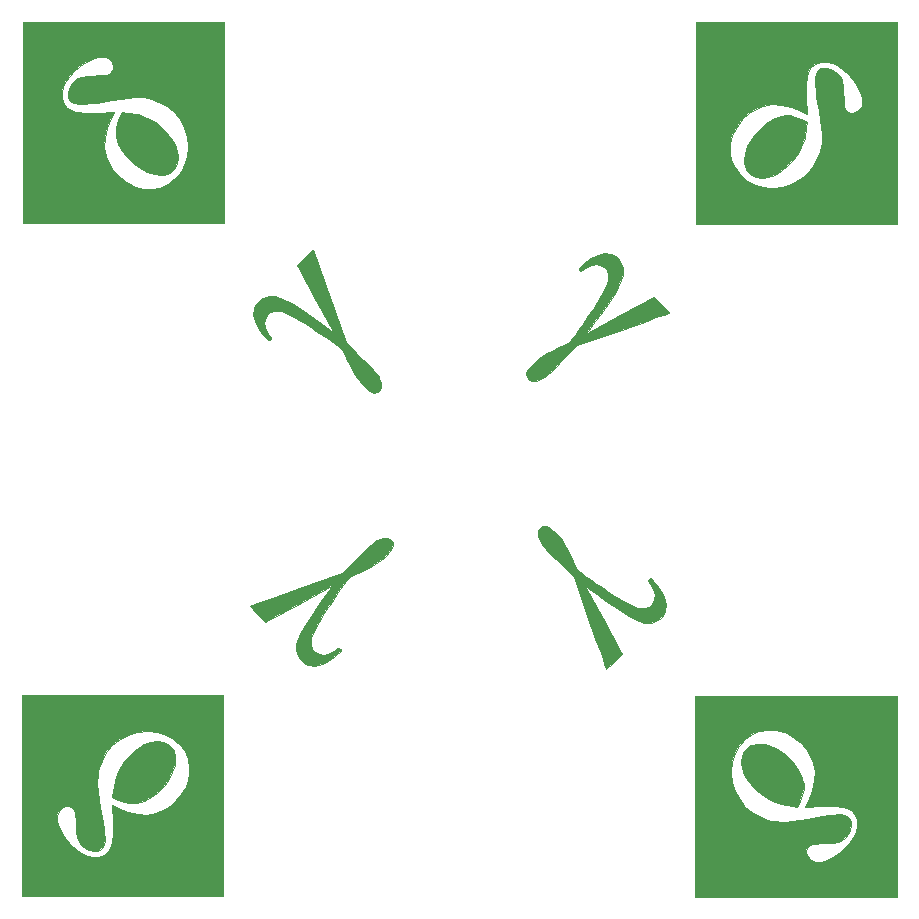
<source format=gto>
%MOIN*%
%OFA0B0*%
%FSLAX46Y46*%
%IPPOS*%
%LPD*%
%ADD10C,0.00039370078740157485*%
%ADD21C,0.00039370078740157485*%
%ADD22C,0.00039370078740157485*%
%ADD23C,0.00039370078740157485*%
D10*
G36*
X0000861279Y0003124502D02*
G01*
X0000896358Y0003118366D01*
X0000927312Y0003107570D01*
X0000955231Y0003091606D01*
X0000981207Y0003069964D01*
X0000984020Y0003067188D01*
X0001004437Y0003043861D01*
X0001019182Y0003020707D01*
X0001028137Y0002998153D01*
X0001031184Y0002976626D01*
X0001028204Y0002956552D01*
X0001019404Y0002938816D01*
X0001014282Y0002932345D01*
X0001010519Y0002928845D01*
X0001005635Y0002925936D01*
X0000999385Y0002922023D01*
X0000991573Y0002919020D01*
X0000980113Y0002916801D01*
X0000971797Y0002916072D01*
X0000948936Y0002918267D01*
X0000925439Y0002926103D01*
X0000902233Y0002938741D01*
X0000880246Y0002955339D01*
X0000860406Y0002975058D01*
X0000843641Y0002997059D01*
X0000830878Y0003020502D01*
X0000823045Y0003044547D01*
X0000821776Y0003051893D01*
X0000821924Y0003068253D01*
X0000825813Y0003087218D01*
X0000832864Y0003106318D01*
X0000836036Y0003112698D01*
X0000843397Y0003126398D01*
X0000861279Y0003124502D01*
G37*
X0000861279Y0003124502D02*
X0000896358Y0003118366D01*
X0000927312Y0003107570D01*
X0000955231Y0003091606D01*
X0000981207Y0003069964D01*
X0000984020Y0003067188D01*
X0001004437Y0003043861D01*
X0001019182Y0003020707D01*
X0001028137Y0002998153D01*
X0001031184Y0002976626D01*
X0001028204Y0002956552D01*
X0001019404Y0002938816D01*
X0001014282Y0002932345D01*
X0001010519Y0002928845D01*
X0001005635Y0002925936D01*
X0000999385Y0002922023D01*
X0000991573Y0002919020D01*
X0000980113Y0002916801D01*
X0000971797Y0002916072D01*
X0000948936Y0002918267D01*
X0000925439Y0002926103D01*
X0000902233Y0002938741D01*
X0000880246Y0002955339D01*
X0000860406Y0002975058D01*
X0000843641Y0002997059D01*
X0000830878Y0003020502D01*
X0000823045Y0003044547D01*
X0000821776Y0003051893D01*
X0000821924Y0003068253D01*
X0000825813Y0003087218D01*
X0000832864Y0003106318D01*
X0000836036Y0003112698D01*
X0000843397Y0003126398D01*
X0000861279Y0003124502D01*
G36*
X0000847972Y0003427280D02*
G01*
X0001183847Y0003427268D01*
X0001183835Y0003091392D01*
X0001183823Y0002755517D01*
X0000847947Y0002755529D01*
X0000674081Y0002755535D01*
X0000831752Y0002913205D01*
X0000853168Y0002895548D01*
X0000876269Y0002881623D01*
X0000888150Y0002876454D01*
X0000915626Y0002869604D01*
X0000943182Y0002869025D01*
X0000969935Y0002874393D01*
X0000995001Y0002885381D01*
X0001017497Y0002901665D01*
X0001036541Y0002922919D01*
X0001043564Y0002933701D01*
X0001054073Y0002955493D01*
X0001060229Y0002978446D01*
X0001062539Y0003004640D01*
X0001062574Y0003011918D01*
X0001059155Y0003044002D01*
X0001049831Y0003074228D01*
X0001035138Y0003101825D01*
X0001015614Y0003126021D01*
X0000991793Y0003146044D01*
X0000964214Y0003161122D01*
X0000956898Y0003163990D01*
X0000942261Y0003168909D01*
X0000928337Y0003172546D01*
X0000914217Y0003174889D01*
X0000898988Y0003175924D01*
X0000881740Y0003175638D01*
X0000861562Y0003174018D01*
X0000837543Y0003171051D01*
X0000808772Y0003166724D01*
X0000776517Y0003161394D01*
X0000755944Y0003158084D01*
X0000736629Y0003155312D01*
X0000719930Y0003153245D01*
X0000707204Y0003152054D01*
X0000700240Y0003151872D01*
X0000683460Y0003155446D01*
X0000671466Y0003163201D01*
X0000664541Y0003174400D01*
X0000662970Y0003188307D01*
X0000667035Y0003204184D01*
X0000674738Y0003218107D01*
X0000684314Y0003229884D01*
X0000695181Y0003238218D01*
X0000708666Y0003243652D01*
X0000726094Y0003246727D01*
X0000747730Y0003247964D01*
X0000767470Y0003248624D01*
X0000781800Y0003249720D01*
X0000791970Y0003251507D01*
X0000799235Y0003254238D01*
X0000804845Y0003258166D01*
X0000806664Y0003259884D01*
X0000812237Y0003269543D01*
X0000812567Y0003280672D01*
X0000808413Y0003291850D01*
X0000800540Y0003301655D01*
X0000789708Y0003308665D01*
X0000779073Y0003311338D01*
X0000762142Y0003309892D01*
X0000743093Y0003303439D01*
X0000723024Y0003292810D01*
X0000703035Y0003278838D01*
X0000684222Y0003262355D01*
X0000667687Y0003244191D01*
X0000654526Y0003225180D01*
X0000648035Y0003212119D01*
X0000642365Y0003191101D01*
X0000642920Y0003171778D01*
X0000649379Y0003154804D01*
X0000661419Y0003140834D01*
X0000678720Y0003130520D01*
X0000690013Y0003126734D01*
X0000698434Y0003125513D01*
X0000712001Y0003124676D01*
X0000729199Y0003124270D01*
X0000748516Y0003124339D01*
X0000760764Y0003124636D01*
X0000816571Y0003126450D01*
X0000806426Y0003106482D01*
X0000792758Y0003073490D01*
X0000785563Y0003041221D01*
X0000784832Y0003009900D01*
X0000790553Y0002979753D01*
X0000802717Y0002951009D01*
X0000814330Y0002932830D01*
X0000831752Y0002913205D01*
X0000674081Y0002755535D01*
X0000512071Y0002755541D01*
X0000512083Y0003091417D01*
X0000512096Y0003427293D01*
X0000847972Y0003427280D01*
G37*
X0000847972Y0003427280D02*
X0001183847Y0003427268D01*
X0001183835Y0003091392D01*
X0001183823Y0002755517D01*
X0000847947Y0002755529D01*
X0000674081Y0002755535D01*
X0000831752Y0002913205D01*
X0000853168Y0002895548D01*
X0000876269Y0002881623D01*
X0000888150Y0002876454D01*
X0000915626Y0002869604D01*
X0000943182Y0002869025D01*
X0000969935Y0002874393D01*
X0000995001Y0002885381D01*
X0001017497Y0002901665D01*
X0001036541Y0002922919D01*
X0001043564Y0002933701D01*
X0001054073Y0002955493D01*
X0001060229Y0002978446D01*
X0001062539Y0003004640D01*
X0001062574Y0003011918D01*
X0001059155Y0003044002D01*
X0001049831Y0003074228D01*
X0001035138Y0003101825D01*
X0001015614Y0003126021D01*
X0000991793Y0003146044D01*
X0000964214Y0003161122D01*
X0000956898Y0003163990D01*
X0000942261Y0003168909D01*
X0000928337Y0003172546D01*
X0000914217Y0003174889D01*
X0000898988Y0003175924D01*
X0000881740Y0003175638D01*
X0000861562Y0003174018D01*
X0000837543Y0003171051D01*
X0000808772Y0003166724D01*
X0000776517Y0003161394D01*
X0000755944Y0003158084D01*
X0000736629Y0003155312D01*
X0000719930Y0003153245D01*
X0000707204Y0003152054D01*
X0000700240Y0003151872D01*
X0000683460Y0003155446D01*
X0000671466Y0003163201D01*
X0000664541Y0003174400D01*
X0000662970Y0003188307D01*
X0000667035Y0003204184D01*
X0000674738Y0003218107D01*
X0000684314Y0003229884D01*
X0000695181Y0003238218D01*
X0000708666Y0003243652D01*
X0000726094Y0003246727D01*
X0000747730Y0003247964D01*
X0000767470Y0003248624D01*
X0000781800Y0003249720D01*
X0000791970Y0003251507D01*
X0000799235Y0003254238D01*
X0000804845Y0003258166D01*
X0000806664Y0003259884D01*
X0000812237Y0003269543D01*
X0000812567Y0003280672D01*
X0000808413Y0003291850D01*
X0000800540Y0003301655D01*
X0000789708Y0003308665D01*
X0000779073Y0003311338D01*
X0000762142Y0003309892D01*
X0000743093Y0003303439D01*
X0000723024Y0003292810D01*
X0000703035Y0003278838D01*
X0000684222Y0003262355D01*
X0000667687Y0003244191D01*
X0000654526Y0003225180D01*
X0000648035Y0003212119D01*
X0000642365Y0003191101D01*
X0000642920Y0003171778D01*
X0000649379Y0003154804D01*
X0000661419Y0003140834D01*
X0000678720Y0003130520D01*
X0000690013Y0003126734D01*
X0000698434Y0003125513D01*
X0000712001Y0003124676D01*
X0000729199Y0003124270D01*
X0000748516Y0003124339D01*
X0000760764Y0003124636D01*
X0000816571Y0003126450D01*
X0000806426Y0003106482D01*
X0000792758Y0003073490D01*
X0000785563Y0003041221D01*
X0000784832Y0003009900D01*
X0000790553Y0002979753D01*
X0000802717Y0002951009D01*
X0000814330Y0002932830D01*
X0000831752Y0002913205D01*
X0000674081Y0002755535D01*
X0000512071Y0002755541D01*
X0000512083Y0003091417D01*
X0000512096Y0003427293D01*
X0000847972Y0003427280D01*
G36*
X0001313589Y0002507172D02*
G01*
X0001331550Y0002512730D01*
X0001350943Y0002512799D01*
X0001353417Y0002512386D01*
X0001370908Y0002507100D01*
X0001392898Y0002496946D01*
X0001419351Y0002481945D01*
X0001450234Y0002462117D01*
X0001485512Y0002437482D01*
X0001508449Y0002420644D01*
X0001550035Y0002389630D01*
X0001488142Y0002502868D01*
X0001426250Y0002616106D01*
X0001453028Y0002642885D01*
X0001464600Y0002654352D01*
X0001472370Y0002661646D01*
X0001477182Y0002665370D01*
X0001479886Y0002666127D01*
X0001481326Y0002664521D01*
X0001481740Y0002663347D01*
X0001483216Y0002658999D01*
X0001486690Y0002649016D01*
X0001491933Y0002634045D01*
X0001498716Y0002614734D01*
X0001506813Y0002591732D01*
X0001515995Y0002565687D01*
X0001526034Y0002537248D01*
X0001536010Y0002509020D01*
X0001588347Y0002361011D01*
X0001641181Y0002307778D01*
X0001658921Y0002289805D01*
X0001672537Y0002275733D01*
X0001682678Y0002264811D01*
X0001689998Y0002256290D01*
X0001695148Y0002249420D01*
X0001698779Y0002243451D01*
X0001700924Y0002239055D01*
X0001706289Y0002222345D01*
X0001705915Y0002208797D01*
X0001699738Y0002198071D01*
X0001691878Y0002192032D01*
X0001682887Y0002190440D01*
X0001671688Y0002194218D01*
X0001658997Y0002202747D01*
X0001645530Y0002215406D01*
X0001632006Y0002231575D01*
X0001619141Y0002250634D01*
X0001614176Y0002259227D01*
X0001605926Y0002275007D01*
X0001597588Y0002292262D01*
X0001590748Y0002307685D01*
X0001589777Y0002310065D01*
X0001586688Y0002317749D01*
X0001583825Y0002324121D01*
X0001580545Y0002329755D01*
X0001576204Y0002335222D01*
X0001570159Y0002341094D01*
X0001561767Y0002347942D01*
X0001550386Y0002356339D01*
X0001535371Y0002366856D01*
X0001516080Y0002380066D01*
X0001494683Y0002394626D01*
X0001462848Y0002415715D01*
X0001434508Y0002433310D01*
X0001410012Y0002447219D01*
X0001389708Y0002457249D01*
X0001373944Y0002463208D01*
X0001368276Y0002464535D01*
X0001351757Y0002464475D01*
X0001337425Y0002459168D01*
X0001326230Y0002449651D01*
X0001319121Y0002436958D01*
X0001317049Y0002422126D01*
X0001319126Y0002410958D01*
X0001324021Y0002399591D01*
X0001330878Y0002387724D01*
X0001332929Y0002384789D01*
X0001338453Y0002376425D01*
X0001339841Y0002371127D01*
X0001337620Y0002367199D01*
X0001334996Y0002365177D01*
X0001332147Y0002365386D01*
X0001327968Y0002368596D01*
X0001321351Y0002375575D01*
X0001314661Y0002383130D01*
X0001296994Y0002406433D01*
X0001285795Y0002428692D01*
X0001281081Y0002449836D01*
X0001282873Y0002469795D01*
X0001287570Y0002482167D01*
X0001298462Y0002496770D01*
X0001313589Y0002507172D01*
G37*
X0001313589Y0002507172D02*
X0001331550Y0002512730D01*
X0001350943Y0002512799D01*
X0001353417Y0002512386D01*
X0001370908Y0002507100D01*
X0001392898Y0002496946D01*
X0001419351Y0002481945D01*
X0001450234Y0002462117D01*
X0001485512Y0002437482D01*
X0001508449Y0002420644D01*
X0001550035Y0002389630D01*
X0001488142Y0002502868D01*
X0001426250Y0002616106D01*
X0001453028Y0002642885D01*
X0001464600Y0002654352D01*
X0001472370Y0002661646D01*
X0001477182Y0002665370D01*
X0001479886Y0002666127D01*
X0001481326Y0002664521D01*
X0001481740Y0002663347D01*
X0001483216Y0002658999D01*
X0001486690Y0002649016D01*
X0001491933Y0002634045D01*
X0001498716Y0002614734D01*
X0001506813Y0002591732D01*
X0001515995Y0002565687D01*
X0001526034Y0002537248D01*
X0001536010Y0002509020D01*
X0001588347Y0002361011D01*
X0001641181Y0002307778D01*
X0001658921Y0002289805D01*
X0001672537Y0002275733D01*
X0001682678Y0002264811D01*
X0001689998Y0002256290D01*
X0001695148Y0002249420D01*
X0001698779Y0002243451D01*
X0001700924Y0002239055D01*
X0001706289Y0002222345D01*
X0001705915Y0002208797D01*
X0001699738Y0002198071D01*
X0001691878Y0002192032D01*
X0001682887Y0002190440D01*
X0001671688Y0002194218D01*
X0001658997Y0002202747D01*
X0001645530Y0002215406D01*
X0001632006Y0002231575D01*
X0001619141Y0002250634D01*
X0001614176Y0002259227D01*
X0001605926Y0002275007D01*
X0001597588Y0002292262D01*
X0001590748Y0002307685D01*
X0001589777Y0002310065D01*
X0001586688Y0002317749D01*
X0001583825Y0002324121D01*
X0001580545Y0002329755D01*
X0001576204Y0002335222D01*
X0001570159Y0002341094D01*
X0001561767Y0002347942D01*
X0001550386Y0002356339D01*
X0001535371Y0002366856D01*
X0001516080Y0002380066D01*
X0001494683Y0002394626D01*
X0001462848Y0002415715D01*
X0001434508Y0002433310D01*
X0001410012Y0002447219D01*
X0001389708Y0002457249D01*
X0001373944Y0002463208D01*
X0001368276Y0002464535D01*
X0001351757Y0002464475D01*
X0001337425Y0002459168D01*
X0001326230Y0002449651D01*
X0001319121Y0002436958D01*
X0001317049Y0002422126D01*
X0001319126Y0002410958D01*
X0001324021Y0002399591D01*
X0001330878Y0002387724D01*
X0001332929Y0002384789D01*
X0001338453Y0002376425D01*
X0001339841Y0002371127D01*
X0001337620Y0002367199D01*
X0001334996Y0002365177D01*
X0001332147Y0002365386D01*
X0001327968Y0002368596D01*
X0001321351Y0002375575D01*
X0001314661Y0002383130D01*
X0001296994Y0002406433D01*
X0001285795Y0002428692D01*
X0001281081Y0002449836D01*
X0001282873Y0002469795D01*
X0001287570Y0002482167D01*
X0001298462Y0002496770D01*
X0001313589Y0002507172D01*
G04 next file*
G04 #@! TF.GenerationSoftware,KiCad,Pcbnew,(5.1.5)-3*
G04 #@! TF.CreationDate,2019-12-21T12:13:31-08:00*
G04 #@! TF.ProjectId,mole-diamond-keychain,6d6f6c65-2d64-4696-916d-6f6e642d6b65,A*
G04 #@! TF.SameCoordinates,Original*
G04 #@! TF.FileFunction,Legend,Top*
G04 #@! TF.FilePolarity,Positive*
G04 Gerber Fmt 4.6, Leading zero omitted, Abs format (unit mm)*
G04 Created by KiCad (PCBNEW (5.1.5)-3) date 2019-12-21 12:13:31*
G04 APERTURE LIST*
G04 APERTURE END LIST*
D21*
G36*
X0000812505Y0000861279D02*
G01*
X0000818641Y0000896358D01*
X0000829436Y0000927312D01*
X0000845400Y0000955231D01*
X0000867043Y0000981207D01*
X0000869819Y0000984020D01*
X0000893145Y0001004437D01*
X0000916299Y0001019182D01*
X0000938854Y0001028137D01*
X0000960381Y0001031184D01*
X0000980454Y0001028204D01*
X0000998191Y0001019404D01*
X0001004662Y0001014282D01*
X0001008162Y0001010519D01*
X0001011071Y0001005635D01*
X0001014984Y0000999385D01*
X0001017987Y0000991573D01*
X0001020206Y0000980113D01*
X0001020935Y0000971797D01*
X0001018739Y0000948936D01*
X0001010903Y0000925439D01*
X0000998266Y0000902233D01*
X0000981668Y0000880246D01*
X0000961948Y0000860406D01*
X0000939947Y0000843641D01*
X0000916505Y0000830878D01*
X0000892460Y0000823045D01*
X0000885114Y0000821776D01*
X0000868754Y0000821924D01*
X0000849789Y0000825813D01*
X0000830689Y0000832864D01*
X0000824309Y0000836036D01*
X0000810609Y0000843397D01*
X0000812505Y0000861279D01*
G37*
X0000812505Y0000861279D02*
X0000818641Y0000896358D01*
X0000829436Y0000927312D01*
X0000845400Y0000955231D01*
X0000867043Y0000981207D01*
X0000869819Y0000984020D01*
X0000893145Y0001004437D01*
X0000916299Y0001019182D01*
X0000938854Y0001028137D01*
X0000960381Y0001031184D01*
X0000980454Y0001028204D01*
X0000998191Y0001019404D01*
X0001004662Y0001014282D01*
X0001008162Y0001010519D01*
X0001011071Y0001005635D01*
X0001014984Y0000999385D01*
X0001017987Y0000991573D01*
X0001020206Y0000980113D01*
X0001020935Y0000971797D01*
X0001018739Y0000948936D01*
X0001010903Y0000925439D01*
X0000998266Y0000902233D01*
X0000981668Y0000880246D01*
X0000961948Y0000860406D01*
X0000939947Y0000843641D01*
X0000916505Y0000830878D01*
X0000892460Y0000823045D01*
X0000885114Y0000821776D01*
X0000868754Y0000821924D01*
X0000849789Y0000825813D01*
X0000830689Y0000832864D01*
X0000824309Y0000836036D01*
X0000810609Y0000843397D01*
X0000812505Y0000861279D01*
G36*
X0000509726Y0000847972D02*
G01*
X0000509739Y0001183847D01*
X0000845615Y0001183835D01*
X0001181490Y0001183823D01*
X0001181478Y0000847947D01*
X0001181472Y0000674081D01*
X0001023802Y0000831752D01*
X0001041459Y0000853168D01*
X0001055384Y0000876269D01*
X0001060553Y0000888150D01*
X0001067403Y0000915626D01*
X0001067982Y0000943182D01*
X0001062614Y0000969935D01*
X0001051626Y0000995001D01*
X0001035342Y0001017497D01*
X0001014088Y0001036541D01*
X0001003306Y0001043564D01*
X0000981514Y0001054073D01*
X0000958561Y0001060229D01*
X0000932367Y0001062539D01*
X0000925089Y0001062574D01*
X0000893005Y0001059155D01*
X0000862778Y0001049831D01*
X0000835181Y0001035138D01*
X0000810986Y0001015614D01*
X0000790963Y0000991793D01*
X0000775885Y0000964214D01*
X0000773017Y0000956898D01*
X0000768098Y0000942261D01*
X0000764460Y0000928337D01*
X0000762118Y0000914217D01*
X0000761083Y0000898988D01*
X0000761369Y0000881740D01*
X0000762989Y0000861562D01*
X0000765956Y0000837543D01*
X0000770283Y0000808772D01*
X0000775613Y0000776517D01*
X0000778922Y0000755944D01*
X0000781695Y0000736629D01*
X0000783762Y0000719930D01*
X0000784953Y0000707204D01*
X0000785135Y0000700240D01*
X0000781560Y0000683460D01*
X0000773805Y0000671466D01*
X0000762607Y0000664541D01*
X0000748700Y0000662970D01*
X0000732823Y0000667035D01*
X0000718900Y0000674738D01*
X0000707123Y0000684314D01*
X0000698789Y0000695181D01*
X0000693355Y0000708666D01*
X0000690279Y0000726094D01*
X0000689042Y0000747730D01*
X0000688383Y0000767470D01*
X0000687286Y0000781800D01*
X0000685499Y0000791970D01*
X0000682769Y0000799235D01*
X0000678841Y0000804845D01*
X0000677123Y0000806664D01*
X0000667464Y0000812237D01*
X0000656335Y0000812567D01*
X0000645157Y0000808413D01*
X0000635352Y0000800540D01*
X0000628342Y0000789708D01*
X0000625669Y0000779073D01*
X0000627115Y0000762142D01*
X0000633568Y0000743093D01*
X0000644197Y0000723024D01*
X0000658169Y0000703035D01*
X0000674652Y0000684222D01*
X0000692816Y0000667687D01*
X0000711827Y0000654526D01*
X0000724888Y0000648035D01*
X0000745906Y0000642365D01*
X0000765229Y0000642920D01*
X0000782203Y0000649379D01*
X0000796173Y0000661419D01*
X0000806487Y0000678720D01*
X0000810273Y0000690013D01*
X0000811494Y0000698434D01*
X0000812331Y0000712001D01*
X0000812737Y0000729199D01*
X0000812668Y0000748516D01*
X0000812371Y0000760764D01*
X0000810557Y0000816571D01*
X0000830525Y0000806426D01*
X0000863516Y0000792758D01*
X0000895786Y0000785563D01*
X0000927107Y0000784832D01*
X0000957254Y0000790553D01*
X0000985998Y0000802717D01*
X0001004177Y0000814330D01*
X0001023802Y0000831752D01*
X0001181472Y0000674081D01*
X0001181466Y0000512071D01*
X0000845590Y0000512083D01*
X0000509714Y0000512096D01*
X0000509726Y0000847972D01*
G37*
X0000509726Y0000847972D02*
X0000509739Y0001183847D01*
X0000845615Y0001183835D01*
X0001181490Y0001183823D01*
X0001181478Y0000847947D01*
X0001181472Y0000674081D01*
X0001023802Y0000831752D01*
X0001041459Y0000853168D01*
X0001055384Y0000876269D01*
X0001060553Y0000888150D01*
X0001067403Y0000915626D01*
X0001067982Y0000943182D01*
X0001062614Y0000969935D01*
X0001051626Y0000995001D01*
X0001035342Y0001017497D01*
X0001014088Y0001036541D01*
X0001003306Y0001043564D01*
X0000981514Y0001054073D01*
X0000958561Y0001060229D01*
X0000932367Y0001062539D01*
X0000925089Y0001062574D01*
X0000893005Y0001059155D01*
X0000862778Y0001049831D01*
X0000835181Y0001035138D01*
X0000810986Y0001015614D01*
X0000790963Y0000991793D01*
X0000775885Y0000964214D01*
X0000773017Y0000956898D01*
X0000768098Y0000942261D01*
X0000764460Y0000928337D01*
X0000762118Y0000914217D01*
X0000761083Y0000898988D01*
X0000761369Y0000881740D01*
X0000762989Y0000861562D01*
X0000765956Y0000837543D01*
X0000770283Y0000808772D01*
X0000775613Y0000776517D01*
X0000778922Y0000755944D01*
X0000781695Y0000736629D01*
X0000783762Y0000719930D01*
X0000784953Y0000707204D01*
X0000785135Y0000700240D01*
X0000781560Y0000683460D01*
X0000773805Y0000671466D01*
X0000762607Y0000664541D01*
X0000748700Y0000662970D01*
X0000732823Y0000667035D01*
X0000718900Y0000674738D01*
X0000707123Y0000684314D01*
X0000698789Y0000695181D01*
X0000693355Y0000708666D01*
X0000690279Y0000726094D01*
X0000689042Y0000747730D01*
X0000688383Y0000767470D01*
X0000687286Y0000781800D01*
X0000685499Y0000791970D01*
X0000682769Y0000799235D01*
X0000678841Y0000804845D01*
X0000677123Y0000806664D01*
X0000667464Y0000812237D01*
X0000656335Y0000812567D01*
X0000645157Y0000808413D01*
X0000635352Y0000800540D01*
X0000628342Y0000789708D01*
X0000625669Y0000779073D01*
X0000627115Y0000762142D01*
X0000633568Y0000743093D01*
X0000644197Y0000723024D01*
X0000658169Y0000703035D01*
X0000674652Y0000684222D01*
X0000692816Y0000667687D01*
X0000711827Y0000654526D01*
X0000724888Y0000648035D01*
X0000745906Y0000642365D01*
X0000765229Y0000642920D01*
X0000782203Y0000649379D01*
X0000796173Y0000661419D01*
X0000806487Y0000678720D01*
X0000810273Y0000690013D01*
X0000811494Y0000698434D01*
X0000812331Y0000712001D01*
X0000812737Y0000729199D01*
X0000812668Y0000748516D01*
X0000812371Y0000760764D01*
X0000810557Y0000816571D01*
X0000830525Y0000806426D01*
X0000863516Y0000792758D01*
X0000895786Y0000785563D01*
X0000927107Y0000784832D01*
X0000957254Y0000790553D01*
X0000985998Y0000802717D01*
X0001004177Y0000814330D01*
X0001023802Y0000831752D01*
X0001181472Y0000674081D01*
X0001181466Y0000512071D01*
X0000845590Y0000512083D01*
X0000509714Y0000512096D01*
X0000509726Y0000847972D01*
G36*
X0001429834Y0001313589D02*
G01*
X0001424277Y0001331550D01*
X0001424208Y0001350943D01*
X0001424621Y0001353417D01*
X0001429907Y0001370908D01*
X0001440060Y0001392898D01*
X0001455062Y0001419351D01*
X0001474890Y0001450234D01*
X0001499525Y0001485512D01*
X0001516362Y0001508449D01*
X0001547377Y0001550035D01*
X0001434139Y0001488142D01*
X0001320901Y0001426250D01*
X0001294122Y0001453028D01*
X0001282654Y0001464600D01*
X0001275360Y0001472370D01*
X0001271637Y0001477182D01*
X0001270880Y0001479886D01*
X0001272486Y0001481326D01*
X0001273660Y0001481740D01*
X0001278007Y0001483216D01*
X0001287991Y0001486690D01*
X0001302962Y0001491933D01*
X0001322273Y0001498716D01*
X0001345275Y0001506813D01*
X0001371319Y0001515995D01*
X0001399759Y0001526034D01*
X0001427986Y0001536010D01*
X0001575996Y0001588347D01*
X0001629229Y0001641181D01*
X0001647201Y0001658921D01*
X0001661274Y0001672537D01*
X0001672195Y0001682678D01*
X0001680717Y0001689998D01*
X0001687587Y0001695148D01*
X0001693556Y0001698779D01*
X0001697952Y0001700924D01*
X0001714662Y0001706289D01*
X0001728210Y0001705915D01*
X0001738936Y0001699738D01*
X0001744975Y0001691878D01*
X0001746567Y0001682887D01*
X0001742788Y0001671688D01*
X0001734260Y0001658997D01*
X0001721601Y0001645530D01*
X0001705432Y0001632006D01*
X0001686372Y0001619141D01*
X0001677780Y0001614176D01*
X0001662000Y0001605926D01*
X0001644745Y0001597588D01*
X0001629322Y0001590748D01*
X0001626942Y0001589777D01*
X0001619258Y0001586688D01*
X0001612885Y0001583825D01*
X0001607252Y0001580545D01*
X0001601785Y0001576204D01*
X0001595913Y0001570159D01*
X0001589065Y0001561767D01*
X0001580668Y0001550386D01*
X0001570150Y0001535371D01*
X0001556941Y0001516080D01*
X0001542381Y0001494683D01*
X0001521292Y0001462848D01*
X0001503697Y0001434508D01*
X0001489788Y0001410012D01*
X0001479758Y0001389708D01*
X0001473799Y0001373944D01*
X0001472472Y0001368276D01*
X0001472532Y0001351757D01*
X0001477838Y0001337425D01*
X0001487356Y0001326230D01*
X0001500049Y0001319121D01*
X0001514881Y0001317049D01*
X0001526049Y0001319126D01*
X0001537416Y0001324021D01*
X0001549282Y0001330878D01*
X0001552218Y0001332929D01*
X0001560582Y0001338453D01*
X0001565879Y0001339841D01*
X0001569808Y0001337620D01*
X0001571830Y0001334996D01*
X0001571620Y0001332147D01*
X0001568410Y0001327968D01*
X0001561432Y0001321351D01*
X0001553877Y0001314661D01*
X0001530574Y0001296994D01*
X0001508315Y0001285795D01*
X0001487171Y0001281081D01*
X0001467212Y0001282873D01*
X0001454840Y0001287570D01*
X0001440236Y0001298462D01*
X0001429834Y0001313589D01*
G37*
X0001429834Y0001313589D02*
X0001424277Y0001331550D01*
X0001424208Y0001350943D01*
X0001424621Y0001353417D01*
X0001429907Y0001370908D01*
X0001440060Y0001392898D01*
X0001455062Y0001419351D01*
X0001474890Y0001450234D01*
X0001499525Y0001485512D01*
X0001516362Y0001508449D01*
X0001547377Y0001550035D01*
X0001434139Y0001488142D01*
X0001320901Y0001426250D01*
X0001294122Y0001453028D01*
X0001282654Y0001464600D01*
X0001275360Y0001472370D01*
X0001271637Y0001477182D01*
X0001270880Y0001479886D01*
X0001272486Y0001481326D01*
X0001273660Y0001481740D01*
X0001278007Y0001483216D01*
X0001287991Y0001486690D01*
X0001302962Y0001491933D01*
X0001322273Y0001498716D01*
X0001345275Y0001506813D01*
X0001371319Y0001515995D01*
X0001399759Y0001526034D01*
X0001427986Y0001536010D01*
X0001575996Y0001588347D01*
X0001629229Y0001641181D01*
X0001647201Y0001658921D01*
X0001661274Y0001672537D01*
X0001672195Y0001682678D01*
X0001680717Y0001689998D01*
X0001687587Y0001695148D01*
X0001693556Y0001698779D01*
X0001697952Y0001700924D01*
X0001714662Y0001706289D01*
X0001728210Y0001705915D01*
X0001738936Y0001699738D01*
X0001744975Y0001691878D01*
X0001746567Y0001682887D01*
X0001742788Y0001671688D01*
X0001734260Y0001658997D01*
X0001721601Y0001645530D01*
X0001705432Y0001632006D01*
X0001686372Y0001619141D01*
X0001677780Y0001614176D01*
X0001662000Y0001605926D01*
X0001644745Y0001597588D01*
X0001629322Y0001590748D01*
X0001626942Y0001589777D01*
X0001619258Y0001586688D01*
X0001612885Y0001583825D01*
X0001607252Y0001580545D01*
X0001601785Y0001576204D01*
X0001595913Y0001570159D01*
X0001589065Y0001561767D01*
X0001580668Y0001550386D01*
X0001570150Y0001535371D01*
X0001556941Y0001516080D01*
X0001542381Y0001494683D01*
X0001521292Y0001462848D01*
X0001503697Y0001434508D01*
X0001489788Y0001410012D01*
X0001479758Y0001389708D01*
X0001473799Y0001373944D01*
X0001472472Y0001368276D01*
X0001472532Y0001351757D01*
X0001477838Y0001337425D01*
X0001487356Y0001326230D01*
X0001500049Y0001319121D01*
X0001514881Y0001317049D01*
X0001526049Y0001319126D01*
X0001537416Y0001324021D01*
X0001549282Y0001330878D01*
X0001552218Y0001332929D01*
X0001560582Y0001338453D01*
X0001565879Y0001339841D01*
X0001569808Y0001337620D01*
X0001571830Y0001334996D01*
X0001571620Y0001332147D01*
X0001568410Y0001327968D01*
X0001561432Y0001321351D01*
X0001553877Y0001314661D01*
X0001530574Y0001296994D01*
X0001508315Y0001285795D01*
X0001487171Y0001281081D01*
X0001467212Y0001282873D01*
X0001454840Y0001287570D01*
X0001440236Y0001298462D01*
X0001429834Y0001313589D01*
G04 next file*
G04 #@! TF.GenerationSoftware,KiCad,Pcbnew,(5.1.5)-3*
G04 #@! TF.CreationDate,2019-12-21T12:13:31-08:00*
G04 #@! TF.ProjectId,mole-diamond-keychain,6d6f6c65-2d64-4696-916d-6f6e642d6b65,A*
G04 #@! TF.SameCoordinates,Original*
G04 #@! TF.FileFunction,Legend,Top*
G04 #@! TF.FilePolarity,Positive*
G04 Gerber Fmt 4.6, Leading zero omitted, Abs format (unit mm)*
G04 Created by KiCad (PCBNEW (5.1.5)-3) date 2019-12-21 12:13:31*
G04 APERTURE LIST*
G04 APERTURE END LIST*
D22*
G36*
X0003075728Y0000812505D02*
G01*
X0003040648Y0000818641D01*
X0003009695Y0000829436D01*
X0002981776Y0000845400D01*
X0002955799Y0000867043D01*
X0002952987Y0000869819D01*
X0002932569Y0000893145D01*
X0002917825Y0000916299D01*
X0002908870Y0000938854D01*
X0002905823Y0000960381D01*
X0002908803Y0000980454D01*
X0002917603Y0000998191D01*
X0002922724Y0001004662D01*
X0002926488Y0001008162D01*
X0002931372Y0001011071D01*
X0002937622Y0001014984D01*
X0002945434Y0001017987D01*
X0002956894Y0001020206D01*
X0002965210Y0001020935D01*
X0002988071Y0001018739D01*
X0003011568Y0001010903D01*
X0003034774Y0000998266D01*
X0003056761Y0000981668D01*
X0003076600Y0000961948D01*
X0003093366Y0000939947D01*
X0003106129Y0000916505D01*
X0003113962Y0000892460D01*
X0003115231Y0000885114D01*
X0003115083Y0000868754D01*
X0003111194Y0000849789D01*
X0003104143Y0000830689D01*
X0003100971Y0000824309D01*
X0003093610Y0000810609D01*
X0003075728Y0000812505D01*
G37*
X0003075728Y0000812505D02*
X0003040648Y0000818641D01*
X0003009695Y0000829436D01*
X0002981776Y0000845400D01*
X0002955799Y0000867043D01*
X0002952987Y0000869819D01*
X0002932569Y0000893145D01*
X0002917825Y0000916299D01*
X0002908870Y0000938854D01*
X0002905823Y0000960381D01*
X0002908803Y0000980454D01*
X0002917603Y0000998191D01*
X0002922724Y0001004662D01*
X0002926488Y0001008162D01*
X0002931372Y0001011071D01*
X0002937622Y0001014984D01*
X0002945434Y0001017987D01*
X0002956894Y0001020206D01*
X0002965210Y0001020935D01*
X0002988071Y0001018739D01*
X0003011568Y0001010903D01*
X0003034774Y0000998266D01*
X0003056761Y0000981668D01*
X0003076600Y0000961948D01*
X0003093366Y0000939947D01*
X0003106129Y0000916505D01*
X0003113962Y0000892460D01*
X0003115231Y0000885114D01*
X0003115083Y0000868754D01*
X0003111194Y0000849789D01*
X0003104143Y0000830689D01*
X0003100971Y0000824309D01*
X0003093610Y0000810609D01*
X0003075728Y0000812505D01*
G36*
X0003089035Y0000509726D02*
G01*
X0002753160Y0000509739D01*
X0002753172Y0000845615D01*
X0002753184Y0001181490D01*
X0003089060Y0001181478D01*
X0003262925Y0001181472D01*
X0003105255Y0001023802D01*
X0003083839Y0001041459D01*
X0003060738Y0001055384D01*
X0003048857Y0001060553D01*
X0003021381Y0001067403D01*
X0002993825Y0001067982D01*
X0002967072Y0001062614D01*
X0002942006Y0001051626D01*
X0002919510Y0001035342D01*
X0002900466Y0001014088D01*
X0002893443Y0001003306D01*
X0002882934Y0000981514D01*
X0002876778Y0000958561D01*
X0002874468Y0000932367D01*
X0002874433Y0000925089D01*
X0002877852Y0000893005D01*
X0002887176Y0000862778D01*
X0002901869Y0000835181D01*
X0002921393Y0000810986D01*
X0002945213Y0000790963D01*
X0002972793Y0000775885D01*
X0002980109Y0000773017D01*
X0002994746Y0000768098D01*
X0003008670Y0000764460D01*
X0003022790Y0000762118D01*
X0003038019Y0000761083D01*
X0003055266Y0000761369D01*
X0003075444Y0000762989D01*
X0003099463Y0000765956D01*
X0003128235Y0000770283D01*
X0003160490Y0000775613D01*
X0003181063Y0000778922D01*
X0003200378Y0000781695D01*
X0003217076Y0000783762D01*
X0003229803Y0000784953D01*
X0003236766Y0000785135D01*
X0003253547Y0000781560D01*
X0003265541Y0000773805D01*
X0003272465Y0000762607D01*
X0003274037Y0000748700D01*
X0003269972Y0000732823D01*
X0003262269Y0000718900D01*
X0003252693Y0000707123D01*
X0003241826Y0000698789D01*
X0003228341Y0000693355D01*
X0003210913Y0000690279D01*
X0003189277Y0000689042D01*
X0003169536Y0000688383D01*
X0003155207Y0000687286D01*
X0003145037Y0000685499D01*
X0003137772Y0000682769D01*
X0003132162Y0000678841D01*
X0003130343Y0000677123D01*
X0003124769Y0000667464D01*
X0003124440Y0000656335D01*
X0003128594Y0000645157D01*
X0003136467Y0000635352D01*
X0003147299Y0000628342D01*
X0003157934Y0000625669D01*
X0003174865Y0000627115D01*
X0003193914Y0000633568D01*
X0003213983Y0000644197D01*
X0003233972Y0000658169D01*
X0003252784Y0000674652D01*
X0003269320Y0000692816D01*
X0003282481Y0000711827D01*
X0003288972Y0000724888D01*
X0003294642Y0000745906D01*
X0003294087Y0000765229D01*
X0003287628Y0000782203D01*
X0003275588Y0000796173D01*
X0003258287Y0000806487D01*
X0003246994Y0000810273D01*
X0003238573Y0000811494D01*
X0003225006Y0000812331D01*
X0003207808Y0000812737D01*
X0003188491Y0000812668D01*
X0003176243Y0000812371D01*
X0003120436Y0000810557D01*
X0003130581Y0000830525D01*
X0003144249Y0000863516D01*
X0003151443Y0000895786D01*
X0003152175Y0000927107D01*
X0003146454Y0000957254D01*
X0003134290Y0000985998D01*
X0003122676Y0001004177D01*
X0003105255Y0001023802D01*
X0003262925Y0001181472D01*
X0003424936Y0001181466D01*
X0003424923Y0000845590D01*
X0003424911Y0000509714D01*
X0003089035Y0000509726D01*
G37*
X0003089035Y0000509726D02*
X0002753160Y0000509739D01*
X0002753172Y0000845615D01*
X0002753184Y0001181490D01*
X0003089060Y0001181478D01*
X0003262925Y0001181472D01*
X0003105255Y0001023802D01*
X0003083839Y0001041459D01*
X0003060738Y0001055384D01*
X0003048857Y0001060553D01*
X0003021381Y0001067403D01*
X0002993825Y0001067982D01*
X0002967072Y0001062614D01*
X0002942006Y0001051626D01*
X0002919510Y0001035342D01*
X0002900466Y0001014088D01*
X0002893443Y0001003306D01*
X0002882934Y0000981514D01*
X0002876778Y0000958561D01*
X0002874468Y0000932367D01*
X0002874433Y0000925089D01*
X0002877852Y0000893005D01*
X0002887176Y0000862778D01*
X0002901869Y0000835181D01*
X0002921393Y0000810986D01*
X0002945213Y0000790963D01*
X0002972793Y0000775885D01*
X0002980109Y0000773017D01*
X0002994746Y0000768098D01*
X0003008670Y0000764460D01*
X0003022790Y0000762118D01*
X0003038019Y0000761083D01*
X0003055266Y0000761369D01*
X0003075444Y0000762989D01*
X0003099463Y0000765956D01*
X0003128235Y0000770283D01*
X0003160490Y0000775613D01*
X0003181063Y0000778922D01*
X0003200378Y0000781695D01*
X0003217076Y0000783762D01*
X0003229803Y0000784953D01*
X0003236766Y0000785135D01*
X0003253547Y0000781560D01*
X0003265541Y0000773805D01*
X0003272465Y0000762607D01*
X0003274037Y0000748700D01*
X0003269972Y0000732823D01*
X0003262269Y0000718900D01*
X0003252693Y0000707123D01*
X0003241826Y0000698789D01*
X0003228341Y0000693355D01*
X0003210913Y0000690279D01*
X0003189277Y0000689042D01*
X0003169536Y0000688383D01*
X0003155207Y0000687286D01*
X0003145037Y0000685499D01*
X0003137772Y0000682769D01*
X0003132162Y0000678841D01*
X0003130343Y0000677123D01*
X0003124769Y0000667464D01*
X0003124440Y0000656335D01*
X0003128594Y0000645157D01*
X0003136467Y0000635352D01*
X0003147299Y0000628342D01*
X0003157934Y0000625669D01*
X0003174865Y0000627115D01*
X0003193914Y0000633568D01*
X0003213983Y0000644197D01*
X0003233972Y0000658169D01*
X0003252784Y0000674652D01*
X0003269320Y0000692816D01*
X0003282481Y0000711827D01*
X0003288972Y0000724888D01*
X0003294642Y0000745906D01*
X0003294087Y0000765229D01*
X0003287628Y0000782203D01*
X0003275588Y0000796173D01*
X0003258287Y0000806487D01*
X0003246994Y0000810273D01*
X0003238573Y0000811494D01*
X0003225006Y0000812331D01*
X0003207808Y0000812737D01*
X0003188491Y0000812668D01*
X0003176243Y0000812371D01*
X0003120436Y0000810557D01*
X0003130581Y0000830525D01*
X0003144249Y0000863516D01*
X0003151443Y0000895786D01*
X0003152175Y0000927107D01*
X0003146454Y0000957254D01*
X0003134290Y0000985998D01*
X0003122676Y0001004177D01*
X0003105255Y0001023802D01*
X0003262925Y0001181472D01*
X0003424936Y0001181466D01*
X0003424923Y0000845590D01*
X0003424911Y0000509714D01*
X0003089035Y0000509726D01*
G36*
X0002623418Y0001429834D02*
G01*
X0002605457Y0001424277D01*
X0002586064Y0001424208D01*
X0002583590Y0001424621D01*
X0002566099Y0001429907D01*
X0002544109Y0001440060D01*
X0002517656Y0001455062D01*
X0002486773Y0001474890D01*
X0002451495Y0001499525D01*
X0002428558Y0001516362D01*
X0002386972Y0001547377D01*
X0002448865Y0001434139D01*
X0002510757Y0001320901D01*
X0002483978Y0001294122D01*
X0002472406Y0001282654D01*
X0002464637Y0001275360D01*
X0002459825Y0001271637D01*
X0002457121Y0001270880D01*
X0002455681Y0001272486D01*
X0002455267Y0001273660D01*
X0002453790Y0001278007D01*
X0002450317Y0001287991D01*
X0002445074Y0001302962D01*
X0002438291Y0001322273D01*
X0002430194Y0001345275D01*
X0002421012Y0001371319D01*
X0002410973Y0001399759D01*
X0002400997Y0001427986D01*
X0002348659Y0001575996D01*
X0002295826Y0001629229D01*
X0002278085Y0001647201D01*
X0002264470Y0001661274D01*
X0002254328Y0001672195D01*
X0002247009Y0001680717D01*
X0002241859Y0001687587D01*
X0002238228Y0001693556D01*
X0002236082Y0001697952D01*
X0002230718Y0001714662D01*
X0002231092Y0001728210D01*
X0002237269Y0001738936D01*
X0002245129Y0001744975D01*
X0002254119Y0001746567D01*
X0002265319Y0001742788D01*
X0002278010Y0001734260D01*
X0002291476Y0001721601D01*
X0002305001Y0001705432D01*
X0002317865Y0001686372D01*
X0002322831Y0001677780D01*
X0002331080Y0001662000D01*
X0002339419Y0001644745D01*
X0002346259Y0001629322D01*
X0002347230Y0001626942D01*
X0002350319Y0001619258D01*
X0002353182Y0001612885D01*
X0002356462Y0001607252D01*
X0002360803Y0001601785D01*
X0002366848Y0001595913D01*
X0002375240Y0001589065D01*
X0002386621Y0001580668D01*
X0002401636Y0001570150D01*
X0002420927Y0001556941D01*
X0002442323Y0001542381D01*
X0002474159Y0001521292D01*
X0002502499Y0001503697D01*
X0002526995Y0001489788D01*
X0002547299Y0001479758D01*
X0002563063Y0001473799D01*
X0002568731Y0001472472D01*
X0002585250Y0001472532D01*
X0002599582Y0001477838D01*
X0002610777Y0001487356D01*
X0002617886Y0001500049D01*
X0002619958Y0001514881D01*
X0002617881Y0001526049D01*
X0002612986Y0001537416D01*
X0002606128Y0001549282D01*
X0002604078Y0001552218D01*
X0002598554Y0001560582D01*
X0002597166Y0001565879D01*
X0002599387Y0001569808D01*
X0002602011Y0001571830D01*
X0002604859Y0001571620D01*
X0002609038Y0001568410D01*
X0002615656Y0001561432D01*
X0002622346Y0001553877D01*
X0002640013Y0001530574D01*
X0002651212Y0001508315D01*
X0002655926Y0001487171D01*
X0002654134Y0001467212D01*
X0002649436Y0001454840D01*
X0002638545Y0001440236D01*
X0002623418Y0001429834D01*
G37*
X0002623418Y0001429834D02*
X0002605457Y0001424277D01*
X0002586064Y0001424208D01*
X0002583590Y0001424621D01*
X0002566099Y0001429907D01*
X0002544109Y0001440060D01*
X0002517656Y0001455062D01*
X0002486773Y0001474890D01*
X0002451495Y0001499525D01*
X0002428558Y0001516362D01*
X0002386972Y0001547377D01*
X0002448865Y0001434139D01*
X0002510757Y0001320901D01*
X0002483978Y0001294122D01*
X0002472406Y0001282654D01*
X0002464637Y0001275360D01*
X0002459825Y0001271637D01*
X0002457121Y0001270880D01*
X0002455681Y0001272486D01*
X0002455267Y0001273660D01*
X0002453790Y0001278007D01*
X0002450317Y0001287991D01*
X0002445074Y0001302962D01*
X0002438291Y0001322273D01*
X0002430194Y0001345275D01*
X0002421012Y0001371319D01*
X0002410973Y0001399759D01*
X0002400997Y0001427986D01*
X0002348659Y0001575996D01*
X0002295826Y0001629229D01*
X0002278085Y0001647201D01*
X0002264470Y0001661274D01*
X0002254328Y0001672195D01*
X0002247009Y0001680717D01*
X0002241859Y0001687587D01*
X0002238228Y0001693556D01*
X0002236082Y0001697952D01*
X0002230718Y0001714662D01*
X0002231092Y0001728210D01*
X0002237269Y0001738936D01*
X0002245129Y0001744975D01*
X0002254119Y0001746567D01*
X0002265319Y0001742788D01*
X0002278010Y0001734260D01*
X0002291476Y0001721601D01*
X0002305001Y0001705432D01*
X0002317865Y0001686372D01*
X0002322831Y0001677780D01*
X0002331080Y0001662000D01*
X0002339419Y0001644745D01*
X0002346259Y0001629322D01*
X0002347230Y0001626942D01*
X0002350319Y0001619258D01*
X0002353182Y0001612885D01*
X0002356462Y0001607252D01*
X0002360803Y0001601785D01*
X0002366848Y0001595913D01*
X0002375240Y0001589065D01*
X0002386621Y0001580668D01*
X0002401636Y0001570150D01*
X0002420927Y0001556941D01*
X0002442323Y0001542381D01*
X0002474159Y0001521292D01*
X0002502499Y0001503697D01*
X0002526995Y0001489788D01*
X0002547299Y0001479758D01*
X0002563063Y0001473799D01*
X0002568731Y0001472472D01*
X0002585250Y0001472532D01*
X0002599582Y0001477838D01*
X0002610777Y0001487356D01*
X0002617886Y0001500049D01*
X0002619958Y0001514881D01*
X0002617881Y0001526049D01*
X0002612986Y0001537416D01*
X0002606128Y0001549282D01*
X0002604078Y0001552218D01*
X0002598554Y0001560582D01*
X0002597166Y0001565879D01*
X0002599387Y0001569808D01*
X0002602011Y0001571830D01*
X0002604859Y0001571620D01*
X0002609038Y0001568410D01*
X0002615656Y0001561432D01*
X0002622346Y0001553877D01*
X0002640013Y0001530574D01*
X0002651212Y0001508315D01*
X0002655926Y0001487171D01*
X0002654134Y0001467212D01*
X0002649436Y0001454840D01*
X0002638545Y0001440236D01*
X0002623418Y0001429834D01*
G04 next file*
G04 #@! TF.GenerationSoftware,KiCad,Pcbnew,(5.1.5)-3*
G04 #@! TF.CreationDate,2019-12-21T12:13:31-08:00*
G04 #@! TF.ProjectId,mole-diamond-keychain,6d6f6c65-2d64-4696-916d-6f6e642d6b65,A*
G04 #@! TF.SameCoordinates,Original*
G04 #@! TF.FileFunction,Legend,Top*
G04 #@! TF.FilePolarity,Positive*
G04 Gerber Fmt 4.6, Leading zero omitted, Abs format (unit mm)*
G04 Created by KiCad (PCBNEW (5.1.5)-3) date 2019-12-21 12:13:31*
G04 APERTURE LIST*
G04 APERTURE END LIST*
D23*
G36*
X0003124502Y0003075728D02*
G01*
X0003118366Y0003040648D01*
X0003107570Y0003009695D01*
X0003091606Y0002981776D01*
X0003069964Y0002955799D01*
X0003067188Y0002952987D01*
X0003043861Y0002932569D01*
X0003020707Y0002917825D01*
X0002998153Y0002908870D01*
X0002976626Y0002905823D01*
X0002956552Y0002908803D01*
X0002938816Y0002917603D01*
X0002932345Y0002922724D01*
X0002928845Y0002926488D01*
X0002925936Y0002931372D01*
X0002922023Y0002937622D01*
X0002919020Y0002945434D01*
X0002916801Y0002956894D01*
X0002916072Y0002965210D01*
X0002918267Y0002988071D01*
X0002926103Y0003011568D01*
X0002938741Y0003034774D01*
X0002955339Y0003056761D01*
X0002975058Y0003076600D01*
X0002997059Y0003093366D01*
X0003020502Y0003106129D01*
X0003044547Y0003113962D01*
X0003051893Y0003115231D01*
X0003068253Y0003115083D01*
X0003087218Y0003111194D01*
X0003106318Y0003104143D01*
X0003112698Y0003100971D01*
X0003126398Y0003093610D01*
X0003124502Y0003075728D01*
G37*
X0003124502Y0003075728D02*
X0003118366Y0003040648D01*
X0003107570Y0003009695D01*
X0003091606Y0002981776D01*
X0003069964Y0002955799D01*
X0003067188Y0002952987D01*
X0003043861Y0002932569D01*
X0003020707Y0002917825D01*
X0002998153Y0002908870D01*
X0002976626Y0002905823D01*
X0002956552Y0002908803D01*
X0002938816Y0002917603D01*
X0002932345Y0002922724D01*
X0002928845Y0002926488D01*
X0002925936Y0002931372D01*
X0002922023Y0002937622D01*
X0002919020Y0002945434D01*
X0002916801Y0002956894D01*
X0002916072Y0002965210D01*
X0002918267Y0002988071D01*
X0002926103Y0003011568D01*
X0002938741Y0003034774D01*
X0002955339Y0003056761D01*
X0002975058Y0003076600D01*
X0002997059Y0003093366D01*
X0003020502Y0003106129D01*
X0003044547Y0003113962D01*
X0003051893Y0003115231D01*
X0003068253Y0003115083D01*
X0003087218Y0003111194D01*
X0003106318Y0003104143D01*
X0003112698Y0003100971D01*
X0003126398Y0003093610D01*
X0003124502Y0003075728D01*
G36*
X0003427280Y0003089035D02*
G01*
X0003427268Y0002753160D01*
X0003091392Y0002753172D01*
X0002755517Y0002753184D01*
X0002755529Y0003089060D01*
X0002755535Y0003262925D01*
X0002913205Y0003105255D01*
X0002895548Y0003083839D01*
X0002881623Y0003060738D01*
X0002876454Y0003048857D01*
X0002869604Y0003021381D01*
X0002869025Y0002993825D01*
X0002874393Y0002967072D01*
X0002885381Y0002942006D01*
X0002901665Y0002919510D01*
X0002922919Y0002900466D01*
X0002933701Y0002893443D01*
X0002955493Y0002882934D01*
X0002978446Y0002876778D01*
X0003004640Y0002874468D01*
X0003011918Y0002874433D01*
X0003044002Y0002877852D01*
X0003074228Y0002887176D01*
X0003101825Y0002901869D01*
X0003126021Y0002921393D01*
X0003146044Y0002945213D01*
X0003161122Y0002972793D01*
X0003163990Y0002980109D01*
X0003168909Y0002994746D01*
X0003172546Y0003008670D01*
X0003174889Y0003022790D01*
X0003175924Y0003038019D01*
X0003175638Y0003055266D01*
X0003174018Y0003075444D01*
X0003171051Y0003099463D01*
X0003166724Y0003128235D01*
X0003161394Y0003160490D01*
X0003158084Y0003181063D01*
X0003155312Y0003200378D01*
X0003153245Y0003217076D01*
X0003152054Y0003229803D01*
X0003151872Y0003236766D01*
X0003155446Y0003253547D01*
X0003163201Y0003265541D01*
X0003174400Y0003272465D01*
X0003188307Y0003274037D01*
X0003204184Y0003269972D01*
X0003218107Y0003262269D01*
X0003229884Y0003252693D01*
X0003238218Y0003241826D01*
X0003243652Y0003228341D01*
X0003246727Y0003210913D01*
X0003247964Y0003189277D01*
X0003248624Y0003169536D01*
X0003249720Y0003155207D01*
X0003251507Y0003145037D01*
X0003254238Y0003137772D01*
X0003258166Y0003132162D01*
X0003259884Y0003130343D01*
X0003269543Y0003124769D01*
X0003280672Y0003124440D01*
X0003291850Y0003128594D01*
X0003301655Y0003136467D01*
X0003308665Y0003147299D01*
X0003311338Y0003157934D01*
X0003309892Y0003174865D01*
X0003303439Y0003193914D01*
X0003292810Y0003213983D01*
X0003278838Y0003233972D01*
X0003262355Y0003252784D01*
X0003244191Y0003269320D01*
X0003225180Y0003282481D01*
X0003212119Y0003288972D01*
X0003191101Y0003294642D01*
X0003171778Y0003294087D01*
X0003154804Y0003287628D01*
X0003140834Y0003275588D01*
X0003130520Y0003258287D01*
X0003126734Y0003246994D01*
X0003125513Y0003238573D01*
X0003124676Y0003225006D01*
X0003124270Y0003207808D01*
X0003124339Y0003188491D01*
X0003124636Y0003176243D01*
X0003126450Y0003120436D01*
X0003106482Y0003130581D01*
X0003073490Y0003144249D01*
X0003041221Y0003151443D01*
X0003009900Y0003152175D01*
X0002979753Y0003146454D01*
X0002951009Y0003134290D01*
X0002932830Y0003122676D01*
X0002913205Y0003105255D01*
X0002755535Y0003262925D01*
X0002755541Y0003424936D01*
X0003091417Y0003424923D01*
X0003427293Y0003424911D01*
X0003427280Y0003089035D01*
G37*
X0003427280Y0003089035D02*
X0003427268Y0002753160D01*
X0003091392Y0002753172D01*
X0002755517Y0002753184D01*
X0002755529Y0003089060D01*
X0002755535Y0003262925D01*
X0002913205Y0003105255D01*
X0002895548Y0003083839D01*
X0002881623Y0003060738D01*
X0002876454Y0003048857D01*
X0002869604Y0003021381D01*
X0002869025Y0002993825D01*
X0002874393Y0002967072D01*
X0002885381Y0002942006D01*
X0002901665Y0002919510D01*
X0002922919Y0002900466D01*
X0002933701Y0002893443D01*
X0002955493Y0002882934D01*
X0002978446Y0002876778D01*
X0003004640Y0002874468D01*
X0003011918Y0002874433D01*
X0003044002Y0002877852D01*
X0003074228Y0002887176D01*
X0003101825Y0002901869D01*
X0003126021Y0002921393D01*
X0003146044Y0002945213D01*
X0003161122Y0002972793D01*
X0003163990Y0002980109D01*
X0003168909Y0002994746D01*
X0003172546Y0003008670D01*
X0003174889Y0003022790D01*
X0003175924Y0003038019D01*
X0003175638Y0003055266D01*
X0003174018Y0003075444D01*
X0003171051Y0003099463D01*
X0003166724Y0003128235D01*
X0003161394Y0003160490D01*
X0003158084Y0003181063D01*
X0003155312Y0003200378D01*
X0003153245Y0003217076D01*
X0003152054Y0003229803D01*
X0003151872Y0003236766D01*
X0003155446Y0003253547D01*
X0003163201Y0003265541D01*
X0003174400Y0003272465D01*
X0003188307Y0003274037D01*
X0003204184Y0003269972D01*
X0003218107Y0003262269D01*
X0003229884Y0003252693D01*
X0003238218Y0003241826D01*
X0003243652Y0003228341D01*
X0003246727Y0003210913D01*
X0003247964Y0003189277D01*
X0003248624Y0003169536D01*
X0003249720Y0003155207D01*
X0003251507Y0003145037D01*
X0003254238Y0003137772D01*
X0003258166Y0003132162D01*
X0003259884Y0003130343D01*
X0003269543Y0003124769D01*
X0003280672Y0003124440D01*
X0003291850Y0003128594D01*
X0003301655Y0003136467D01*
X0003308665Y0003147299D01*
X0003311338Y0003157934D01*
X0003309892Y0003174865D01*
X0003303439Y0003193914D01*
X0003292810Y0003213983D01*
X0003278838Y0003233972D01*
X0003262355Y0003252784D01*
X0003244191Y0003269320D01*
X0003225180Y0003282481D01*
X0003212119Y0003288972D01*
X0003191101Y0003294642D01*
X0003171778Y0003294087D01*
X0003154804Y0003287628D01*
X0003140834Y0003275588D01*
X0003130520Y0003258287D01*
X0003126734Y0003246994D01*
X0003125513Y0003238573D01*
X0003124676Y0003225006D01*
X0003124270Y0003207808D01*
X0003124339Y0003188491D01*
X0003124636Y0003176243D01*
X0003126450Y0003120436D01*
X0003106482Y0003130581D01*
X0003073490Y0003144249D01*
X0003041221Y0003151443D01*
X0003009900Y0003152175D01*
X0002979753Y0003146454D01*
X0002951009Y0003134290D01*
X0002932830Y0003122676D01*
X0002913205Y0003105255D01*
X0002755535Y0003262925D01*
X0002755541Y0003424936D01*
X0003091417Y0003424923D01*
X0003427293Y0003424911D01*
X0003427280Y0003089035D01*
G36*
X0002507172Y0002623418D02*
G01*
X0002512730Y0002605457D01*
X0002512799Y0002586064D01*
X0002512386Y0002583590D01*
X0002507100Y0002566099D01*
X0002496946Y0002544109D01*
X0002481945Y0002517656D01*
X0002462117Y0002486773D01*
X0002437482Y0002451495D01*
X0002420644Y0002428558D01*
X0002389630Y0002386972D01*
X0002502868Y0002448865D01*
X0002616106Y0002510757D01*
X0002642885Y0002483978D01*
X0002654352Y0002472406D01*
X0002661646Y0002464637D01*
X0002665370Y0002459825D01*
X0002666127Y0002457121D01*
X0002664521Y0002455681D01*
X0002663347Y0002455267D01*
X0002658999Y0002453790D01*
X0002649016Y0002450317D01*
X0002634045Y0002445074D01*
X0002614734Y0002438291D01*
X0002591732Y0002430194D01*
X0002565687Y0002421012D01*
X0002537248Y0002410973D01*
X0002509020Y0002400997D01*
X0002361011Y0002348659D01*
X0002307778Y0002295826D01*
X0002289805Y0002278085D01*
X0002275733Y0002264470D01*
X0002264811Y0002254328D01*
X0002256290Y0002247009D01*
X0002249420Y0002241859D01*
X0002243451Y0002238228D01*
X0002239055Y0002236082D01*
X0002222345Y0002230718D01*
X0002208797Y0002231092D01*
X0002198071Y0002237269D01*
X0002192032Y0002245129D01*
X0002190440Y0002254119D01*
X0002194218Y0002265319D01*
X0002202747Y0002278010D01*
X0002215406Y0002291476D01*
X0002231575Y0002305001D01*
X0002250634Y0002317865D01*
X0002259227Y0002322831D01*
X0002275007Y0002331080D01*
X0002292262Y0002339419D01*
X0002307685Y0002346259D01*
X0002310065Y0002347230D01*
X0002317749Y0002350319D01*
X0002324121Y0002353182D01*
X0002329755Y0002356462D01*
X0002335222Y0002360803D01*
X0002341094Y0002366848D01*
X0002347942Y0002375240D01*
X0002356339Y0002386621D01*
X0002366856Y0002401636D01*
X0002380066Y0002420927D01*
X0002394626Y0002442323D01*
X0002415715Y0002474159D01*
X0002433310Y0002502499D01*
X0002447219Y0002526995D01*
X0002457249Y0002547299D01*
X0002463208Y0002563063D01*
X0002464535Y0002568731D01*
X0002464475Y0002585250D01*
X0002459168Y0002599582D01*
X0002449651Y0002610777D01*
X0002436958Y0002617886D01*
X0002422126Y0002619958D01*
X0002410958Y0002617881D01*
X0002399591Y0002612986D01*
X0002387724Y0002606128D01*
X0002384789Y0002604078D01*
X0002376425Y0002598554D01*
X0002371127Y0002597166D01*
X0002367199Y0002599387D01*
X0002365177Y0002602011D01*
X0002365386Y0002604859D01*
X0002368596Y0002609038D01*
X0002375575Y0002615656D01*
X0002383130Y0002622346D01*
X0002406433Y0002640013D01*
X0002428692Y0002651212D01*
X0002449836Y0002655926D01*
X0002469795Y0002654134D01*
X0002482167Y0002649436D01*
X0002496770Y0002638545D01*
X0002507172Y0002623418D01*
G37*
X0002507172Y0002623418D02*
X0002512730Y0002605457D01*
X0002512799Y0002586064D01*
X0002512386Y0002583590D01*
X0002507100Y0002566099D01*
X0002496946Y0002544109D01*
X0002481945Y0002517656D01*
X0002462117Y0002486773D01*
X0002437482Y0002451495D01*
X0002420644Y0002428558D01*
X0002389630Y0002386972D01*
X0002502868Y0002448865D01*
X0002616106Y0002510757D01*
X0002642885Y0002483978D01*
X0002654352Y0002472406D01*
X0002661646Y0002464637D01*
X0002665370Y0002459825D01*
X0002666127Y0002457121D01*
X0002664521Y0002455681D01*
X0002663347Y0002455267D01*
X0002658999Y0002453790D01*
X0002649016Y0002450317D01*
X0002634045Y0002445074D01*
X0002614734Y0002438291D01*
X0002591732Y0002430194D01*
X0002565687Y0002421012D01*
X0002537248Y0002410973D01*
X0002509020Y0002400997D01*
X0002361011Y0002348659D01*
X0002307778Y0002295826D01*
X0002289805Y0002278085D01*
X0002275733Y0002264470D01*
X0002264811Y0002254328D01*
X0002256290Y0002247009D01*
X0002249420Y0002241859D01*
X0002243451Y0002238228D01*
X0002239055Y0002236082D01*
X0002222345Y0002230718D01*
X0002208797Y0002231092D01*
X0002198071Y0002237269D01*
X0002192032Y0002245129D01*
X0002190440Y0002254119D01*
X0002194218Y0002265319D01*
X0002202747Y0002278010D01*
X0002215406Y0002291476D01*
X0002231575Y0002305001D01*
X0002250634Y0002317865D01*
X0002259227Y0002322831D01*
X0002275007Y0002331080D01*
X0002292262Y0002339419D01*
X0002307685Y0002346259D01*
X0002310065Y0002347230D01*
X0002317749Y0002350319D01*
X0002324121Y0002353182D01*
X0002329755Y0002356462D01*
X0002335222Y0002360803D01*
X0002341094Y0002366848D01*
X0002347942Y0002375240D01*
X0002356339Y0002386621D01*
X0002366856Y0002401636D01*
X0002380066Y0002420927D01*
X0002394626Y0002442323D01*
X0002415715Y0002474159D01*
X0002433310Y0002502499D01*
X0002447219Y0002526995D01*
X0002457249Y0002547299D01*
X0002463208Y0002563063D01*
X0002464535Y0002568731D01*
X0002464475Y0002585250D01*
X0002459168Y0002599582D01*
X0002449651Y0002610777D01*
X0002436958Y0002617886D01*
X0002422126Y0002619958D01*
X0002410958Y0002617881D01*
X0002399591Y0002612986D01*
X0002387724Y0002606128D01*
X0002384789Y0002604078D01*
X0002376425Y0002598554D01*
X0002371127Y0002597166D01*
X0002367199Y0002599387D01*
X0002365177Y0002602011D01*
X0002365386Y0002604859D01*
X0002368596Y0002609038D01*
X0002375575Y0002615656D01*
X0002383130Y0002622346D01*
X0002406433Y0002640013D01*
X0002428692Y0002651212D01*
X0002449836Y0002655926D01*
X0002469795Y0002654134D01*
X0002482167Y0002649436D01*
X0002496770Y0002638545D01*
X0002507172Y0002623418D01*
M02*
</source>
